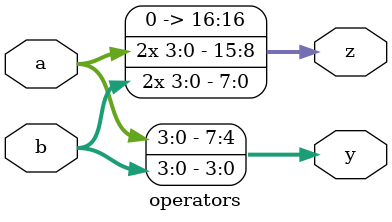
<source format=v>
module operators(a,b,y,z);

input [3:0]a;
input [3:0]b;
output [7:0]y;
output [16:0]z;

assign y = {a,b};
assign z = {{2{a}},{2{b}}};

endmodule

</source>
